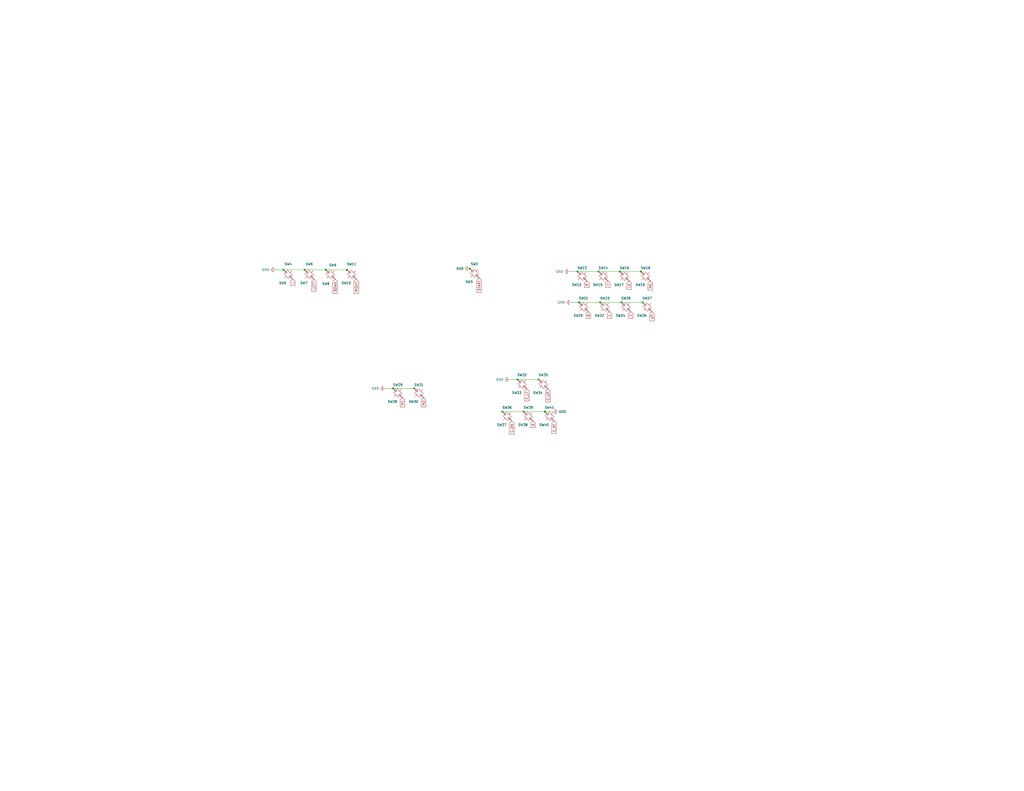
<source format=kicad_sch>
(kicad_sch (version 20230121) (generator eeschema)
  (paper "C")
  (lib_symbols
    (symbol "marbastlib-mx:MX_SW_HS" (pin_numbers hide) (pin_names (offset 1.016) hide)
      (property "Reference" "SW" (at 3.048 1.016 0))
      (property "Value" "MX_SW_HS" (at 0 -3.81 0))
      (symbol "MX_SW_HS_0_1"
        (circle (center -1.1684 1.1684) (radius 0.508))
        (polyline (pts (xy -0.508 2.54) (xy 2.54 -0.508)))
        (polyline (pts (xy 1.016 1.016) (xy 2.032 2.032)))
        (polyline (pts (xy -2.54 2.54) (xy -1.524 1.524) (xy -1.524 1.524)))
        (polyline (pts (xy 1.524 -1.524) (xy 2.54 -2.54) (xy 2.54 -2.54) (xy 2.54 -2.54)))
        (circle (center 1.143 -1.1938) (radius 0.508))
        (pin passive line (at -2.54 2.54 0) (length 0) (name "1") (number "1"))
        (pin passive line (at 2.54 -2.54 180) (length 0) (name "2") (number "2"))
      )
    )
    (symbol "marbastlib-mx:MX_SW_solder" (pin_numbers hide) (pin_names (offset 1.016) hide)
      (property "Reference" "SW" (at 3.048 1.016 0))
      (property "Value" "MX_SW_solder" (at 0 -3.81 0))
      (symbol "MX_SW_solder_0_1"
        (circle (center -1.1684 1.1684) (radius 0.508))
        (polyline (pts (xy -0.508 2.54) (xy 2.54 -0.508)))
        (polyline (pts (xy 1.016 1.016) (xy 2.032 2.032)))
        (polyline (pts (xy -2.54 2.54) (xy -1.524 1.524) (xy -1.524 1.524)))
        (polyline (pts (xy 1.524 -1.524) (xy 2.54 -2.54) (xy 2.54 -2.54) (xy 2.54 -2.54)))
        (circle (center 1.143 -1.1938) (radius 0.508))
        (pin passive line (at -2.54 2.54 0) (length 0) (name "1") (number "1"))
        (pin passive line (at 2.54 -2.54 180) (length 0) (name "2") (number "2"))
      )
    )
    (symbol "power:GND" (power) (pin_names (offset 0))
      (property "Value" "GND" (at 0 -3.81 0))
      (symbol "GND_0_1"
        (polyline (pts (xy 0 0) (xy 0 -1.27) (xy 1.27 -1.27) (xy 0 -2.54) (xy -1.27 -1.27) (xy 0 -1.27)))
      )
      (symbol "GND_1_1"
        (pin power_in line (at 0 0 270) (length 0) hide (name "GND") (number "1"))
      )
    )
  )
  (junction (at 315.1378 148.2852))
  (junction (at 297.307 224.79))
  (junction (at 350.647 165.1))
  (junction (at 315.976 165.1))
  (junction (at 226.06 212.09))
  (junction (at 339.09 165.1))
  (junction (at 326.6694 148.2852))
  (junction (at 327.533 165.1))
  (junction (at 256.3876 146.6596))
  (junction (at 177.8 147.32))
  (junction (at 285.75 224.79))
  (junction (at 189.357 147.32))
  (junction (at 274.193 224.79))
  (junction (at 214.5284 212.09))
  (junction (at 293.9288 207.2386))
  (junction (at 282.3972 207.2386))
  (junction (at 166.243 147.32))
  (junction (at 154.686 147.32))
  (junction (at 338.2518 148.2852))
  (junction (at 349.7834 148.2852))
  (wire (pts (xy 154.686 147.32) (xy 166.243 147.32)))
  (wire (pts (xy 282.3972 207.2386) (xy 293.9288 207.2386)))
  (wire (pts (xy 339.09 165.1) (xy 350.647 165.1)))
  (wire (pts (xy 278.0792 207.2386) (xy 282.3972 207.2386)))
  (wire (pts (xy 301.625 224.79) (xy 297.307 224.79)))
  (wire (pts (xy 177.8 147.32) (xy 189.357 147.32)))
  (wire (pts (xy 210.2104 212.09) (xy 214.5284 212.09)))
  (wire (pts (xy 315.1378 148.2852) (xy 326.6694 148.2852)))
  (wire (pts (xy 214.5284 212.09) (xy 226.06 212.09)))
  (wire (pts (xy 326.6694 148.2852) (xy 338.2518 148.2852)))
  (wire (pts (xy 315.976 165.1) (xy 327.533 165.1)))
  (wire (pts (xy 311.6834 165.1) (xy 315.976 165.1)))
  (wire (pts (xy 285.75 224.79) (xy 297.307 224.79)))
  (wire (pts (xy 310.8198 148.2852) (xy 315.1378 148.2852)))
  (wire (pts (xy 338.2518 148.2852) (xy 349.7834 148.2852)))
  (wire (pts (xy 327.533 165.1) (xy 339.09 165.1)))
  (wire (pts (xy 150.368 147.32) (xy 154.686 147.32)))
  (wire (pts (xy 274.193 224.79) (xy 285.75 224.79)))
  (wire (pts (xy 166.243 147.32) (xy 177.8 147.32)))
  (global_label "C_LT" (shape input) (at 287.4772 212.3186 270) (property "Intersheetrefs" "${INTERSHEET_REFS}" (effects hide)))
  (global_label "Y" (shape input) (at 331.7494 153.3652 270) (property "Intersheetrefs" "${INTERSHEET_REFS}" (effects hide)))
  (global_label "C_UP" (shape input) (at 299.0088 212.3186 270) (property "Intersheetrefs" "${INTERSHEET_REFS}" (effects hide)))
  (global_label "M1" (shape input) (at 219.6084 217.17 270) (property "Intersheetrefs" "${INTERSHEET_REFS}" (effects hide)))
  (global_label "UP" (shape input) (at 355.727 170.18 270) (property "Intersheetrefs" "${INTERSHEET_REFS}" (effects hide)))
  (global_label "X" (shape input) (at 332.613 170.18 270) (property "Intersheetrefs" "${INTERSHEET_REFS}" (effects hide)))
  (global_label "M2" (shape input) (at 231.14 217.17 270) (property "Intersheetrefs" "${INTERSHEET_REFS}" (effects hide)))
  (global_label "L" (shape input) (at 159.766 152.4 270) (property "Intersheetrefs" "${INTERSHEET_REFS}" (effects hide)))
  (global_label "LS" (shape input) (at 343.3318 153.3652 270) (property "Intersheetrefs" "${INTERSHEET_REFS}" (effects hide)))
  (global_label "LEFT" (shape input) (at 171.323 152.4 270) (property "Intersheetrefs" "${INTERSHEET_REFS}" (effects hide)))
  (global_label "DOWN" (shape input) (at 182.88 152.4 270) (property "Intersheetrefs" "${INTERSHEET_REFS}" (effects hide)))
  (global_label "MS" (shape input) (at 354.8634 153.3652 270) (property "Intersheetrefs" "${INTERSHEET_REFS}" (effects hide)))
  (global_label "C_DN" (shape input) (at 279.273 229.87 270) (property "Intersheetrefs" "${INTERSHEET_REFS}" (effects hide)))
  (global_label "C_RT" (shape input) (at 302.387 229.87 270) (property "Intersheetrefs" "${INTERSHEET_REFS}" (effects hide)))
  (global_label "Z" (shape input) (at 344.17 170.18 270) (property "Intersheetrefs" "${INTERSHEET_REFS}" (effects hide)))
  (global_label "START" (shape input) (at 261.4676 151.7396 270) (property "Intersheetrefs" "${INTERSHEET_REFS}" (effects hide)))
  (global_label "B" (shape input) (at 321.056 170.18 270) (property "Intersheetrefs" "${INTERSHEET_REFS}" (effects hide)))
  (global_label "RIGHT" (shape input) (at 194.437 152.4 270) (property "Intersheetrefs" "${INTERSHEET_REFS}" (effects hide)))
  (global_label "A" (shape input) (at 290.83 229.87 270) (property "Intersheetrefs" "${INTERSHEET_REFS}" (effects hide)))
  (global_label "R" (shape input) (at 320.2178 153.3652 270) (property "Intersheetrefs" "${INTERSHEET_REFS}" (effects hide)))
  (symbol (lib_id "marbastlib-mx:MX_SW_HS") (at 352.3234 150.8252 0) (unit 1)
    (property "Reference" "SW18" (at 352.3234 146.304 0))
    (property "Value" "MX_SW_HS" (effects hide))
    (property "Footprint" "marbastlib-mx:SW_MX_HS_1u" (effects hide))
  )
  (symbol (lib_id "marbastlib-mx:MX_SW_solder") (at 228.6 214.63 180) (unit 1)
    (property "Reference" "SW30" (at 225.6536 219.3036 0))
    (property "Value" "MX_SW_solder" (effects hide))
    (property "Footprint" "marbastlib-mx:SW_MX_1u" (effects hide))
  )
  (symbol (lib_id "marbastlib-mx:MX_SW_solder") (at 299.847 227.33 180) (unit 1)
    (property "Reference" "SW40" (at 296.9006 232.0036 0))
    (property "Value" "MX_SW_solder" (effects hide))
    (property "Footprint" "marbastlib-mx:SW_MX_1u" (effects hide))
  )
  (symbol (lib_id "marbastlib-mx:MX_SW_solder") (at 329.2094 150.8252 180) (unit 1)
    (property "Reference" "SW15" (at 326.263 155.4988 0))
    (property "Value" "MX_SW_solder" (effects hide))
    (property "Footprint" "marbastlib-mx:SW_MX_1u" (effects hide))
    (instances (project "ICOF1" (path "" (reference "SW15") (unit 1)) (path "" (reference "SW14") (unit 1))))
  )
  (symbol (lib_id "marbastlib-mx:MX_SW_solder") (at 353.187 167.64 180) (unit 1)
    (property "Reference" "SW26" (at 350.2406 172.3136 0))
    (property "Value" "MX_SW_solder" (effects hide))
    (property "Footprint" "marbastlib-mx:SW_MX_1u" (effects hide))
  )
  (symbol (lib_id "marbastlib-mx:MX_SW_HS") (at 180.34 149.86 180) (unit 1)
    (property "Reference" "SW8" (at 177.8 154.94 0))
    (property "Value" "MX_SW_HS" (effects hide))
    (property "Footprint" "marbastlib-mx:SW_MX_HS_1u" (effects hide))
  )
  (symbol (lib_id "marbastlib-mx:MX_SW_solder") (at 352.3234 150.8252 180) (unit 1)
    (property "Reference" "SW19" (at 349.377 155.4988 0))
    (property "Value" "MX_SW_solder" (effects hide))
    (property "Footprint" "marbastlib-mx:SW_MX_1u" (effects hide))
  )
  (symbol (lib_id "marbastlib-mx:MX_SW_solder") (at 276.733 227.33 180) (unit 1)
    (property "Reference" "SW37" (at 273.7866 232.0036 0))
    (property "Value" "MX_SW_solder" (effects hide))
    (property "Footprint" "marbastlib-mx:SW_MX_1u" (effects hide))
    (instances (project "ICOF1" (path "" (reference "SW37") (unit 1)) (path "" (reference "SW36") (unit 1))))
  )
  (symbol (lib_id "marbastlib-mx:MX_SW_HS") (at 296.4688 209.7786 0) (unit 1)
    (property "Reference" "SW35" (at 296.4688 204.7494 0))
    (property "Value" "MX_SW_HS" (effects hide))
    (property "Footprint" "marbastlib-mx:SW_MX_HS_1u" (effects hide))
    (instances (project "ICOF1" (path "" (reference "SW35") (unit 1)) (path "" (reference "SW34") (unit 1))))
  )
  (symbol (lib_id "marbastlib-mx:MX_SW_HS") (at 318.516 167.64 0) (unit 1)
    (property "Reference" "SW21" (at 318.516 162.814 0))
    (property "Value" "MX_SW_HS" (effects hide))
    (property "Footprint" "marbastlib-mx:SW_MX_HS_1u" (effects hide))
    (instances (project "ICOF1" (path "" (reference "SW21") (unit 1)) (path "" (reference "SW20") (unit 1))))
  )
  (symbol (lib_id "marbastlib-mx:MX_SW_HS") (at 299.847 227.33 0) (unit 1)
    (property "Reference" "SW41" (at 299.847 222.5294 0))
    (property "Value" "MX_SW_HS" (effects hide))
    (property "Footprint" "marbastlib-mx:SW_MX_HS_1u" (effects hide))
  )
  (symbol (lib_id "marbastlib-mx:MX_SW_solder") (at 318.516 167.64 180) (unit 1)
    (property "Reference" "SW20" (at 315.5696 172.3136 0))
    (property "Value" "MX_SW_solder" (effects hide))
    (property "Footprint" "marbastlib-mx:SW_MX_1u" (effects hide))
    (instances (project "ICOF1" (path "" (reference "SW20") (unit 1)) (path "" (reference "SW21") (unit 1))))
  )
  (symbol (lib_id "marbastlib-mx:MX_SW_solder") (at 191.897 149.86 180) (unit 1)
    (property "Reference" "SW10" (at 188.9506 154.5336 0))
    (property "Value" "MX_SW_solder" (effects hide))
    (property "Footprint" "marbastlib-mx:SW_MX_1u" (effects hide))
  )
  (symbol (lib_id "marbastlib-mx:MX_SW_solder") (at 157.226 149.86 180) (unit 1)
    (property "Reference" "SW5" (at 154.2796 154.5336 0))
    (property "Value" "MX_SW_solder" (effects hide))
    (property "Footprint" "marbastlib-mx:SW_MX_1u" (effects hide))
    (instances (project "ICOF1" (path "" (reference "SW5") (unit 1)) (path "" (reference "SW4") (unit 1))))
  )
  (symbol (lib_id "power:GND") (at 310.8198 148.2852 270) (unit 1)
    (property "Reference" "#PWR034" (effects hide))
    (property "Value" "GND" (at 307.467 148.2851 90) (effects (justify right)))
    (instances (project "ICOF1" (path "" (reference "#PWR034") (unit 1)) (path "" (reference "#PWR012") (unit 1))))
  )
  (symbol (lib_id "power:GND") (at 311.6834 165.1 270) (unit 1)
    (property "Reference" "#PWR035" (effects hide))
    (property "Value" "GND" (at 308.3306 165.0999 90) (effects (justify right)))
    (instances (project "ICOF1" (path "" (reference "#PWR035") (unit 1)) (path "" (reference "#PWR025") (unit 1))))
  )
  (symbol (lib_id "marbastlib-mx:MX_SW_HS") (at 228.6 214.63 0) (unit 1)
    (property "Reference" "SW31" (at 228.6 210.1596 0))
    (property "Value" "MX_SW_HS" (effects hide))
    (property "Footprint" "marbastlib-mx:SW_MX_HS_1u" (effects hide))
  )
  (symbol (lib_id "marbastlib-mx:MX_SW_solder") (at 330.073 167.64 180) (unit 1)
    (property "Reference" "SW22" (at 327.1266 172.3136 0))
    (property "Value" "MX_SW_solder" (effects hide))
    (property "Footprint" "marbastlib-mx:SW_MX_1u" (effects hide))
  )
  (symbol (lib_id "marbastlib-mx:MX_SW_HS") (at 258.9276 149.1996 0) (unit 1)
    (property "Reference" "SW2" (at 258.9276 144.1704 0))
    (property "Value" "MX_SW_HS" (effects hide))
    (property "Footprint" "marbastlib-mx:SW_MX_HS_1u" (effects hide))
  )
  (symbol (lib_id "marbastlib-mx:MX_SW_solder") (at 284.9372 209.7786 180) (unit 1)
    (property "Reference" "SW33" (at 281.9908 214.4522 0))
    (property "Value" "MX_SW_solder" (effects hide))
    (property "Footprint" "marbastlib-mx:SW_MX_1u" (effects hide))
    (instances (project "ICOF1" (path "" (reference "SW33") (unit 1)) (path "" (reference "SW32") (unit 1))))
  )
  (symbol (lib_id "marbastlib-mx:MX_SW_solder") (at 217.0684 214.63 180) (unit 1)
    (property "Reference" "SW28" (at 214.122 219.3036 0))
    (property "Value" "MX_SW_solder" (effects hide))
    (property "Footprint" "marbastlib-mx:SW_MX_1u" (effects hide))
  )
  (symbol (lib_id "marbastlib-mx:MX_SW_HS") (at 157.226 149.86 0) (unit 1)
    (property "Reference" "SW4" (at 157.226 144.2212 0))
    (property "Value" "MX_SW_HS" (effects hide))
    (property "Footprint" "marbastlib-mx:SW_MX_HS_1u" (effects hide))
    (instances (project "ICOF1" (path "" (reference "SW4") (unit 1)) (path "" (reference "SW5") (unit 1))))
  )
  (symbol (lib_id "marbastlib-mx:MX_SW_HS") (at 191.897 149.86 0) (unit 1)
    (property "Reference" "SW11" (at 191.897 144.2212 0))
    (property "Value" "MX_SW_HS" (effects hide))
    (property "Footprint" "marbastlib-mx:SW_MX_HS_1u" (effects hide))
  )
  (symbol (lib_id "marbastlib-mx:MX_SW_HS") (at 276.733 227.33 0) (unit 1)
    (property "Reference" "SW36" (at 276.733 222.5294 0))
    (property "Value" "MX_SW_HS" (effects hide))
    (property "Footprint" "marbastlib-mx:SW_MX_HS_1u" (effects hide))
    (instances (project "ICOF1" (path "" (reference "SW36") (unit 1)) (path "" (reference "SW37") (unit 1))))
  )
  (symbol (lib_id "marbastlib-mx:MX_SW_solder") (at 180.34 149.86 0) (unit 1)
    (property "Reference" "SW9" (at 181.61 144.78 0))
    (property "Value" "MX_SW_solder" (effects hide))
    (property "Footprint" "marbastlib-mx:SW_MX_1u" (effects hide))
  )
  (symbol (lib_id "marbastlib-mx:MX_SW_solder") (at 288.29 227.33 180) (unit 1)
    (property "Reference" "SW38" (at 285.3436 232.0036 0))
    (property "Value" "MX_SW_solder" (effects hide))
    (property "Footprint" "marbastlib-mx:SW_MX_1u" (effects hide))
  )
  (symbol (lib_id "marbastlib-mx:MX_SW_HS") (at 329.2094 150.8252 0) (unit 1)
    (property "Reference" "SW14" (at 329.2094 146.304 0))
    (property "Value" "MX_SW_HS" (effects hide))
    (property "Footprint" "marbastlib-mx:SW_MX_HS_1u" (effects hide))
    (instances (project "ICOF1" (path "" (reference "SW14") (unit 1)) (path "" (reference "SW15") (unit 1))))
  )
  (symbol (lib_id "marbastlib-mx:MX_SW_HS") (at 288.29 227.33 0) (unit 1)
    (property "Reference" "SW39" (at 288.29 222.5294 0))
    (property "Value" "MX_SW_HS" (effects hide))
    (property "Footprint" "marbastlib-mx:SW_MX_HS_1u" (effects hide))
  )
  (symbol (lib_id "marbastlib-mx:MX_SW_solder") (at 317.6778 150.8252 180) (unit 1)
    (property "Reference" "SW12" (at 314.7314 155.4988 0))
    (property "Value" "MX_SW_solder" (effects hide))
    (property "Footprint" "marbastlib-mx:SW_MX_1u" (effects hide))
  )
  (symbol (lib_id "marbastlib-mx:MX_SW_solder") (at 168.783 149.86 180) (unit 1)
    (property "Reference" "SW7" (at 165.8366 154.5336 0))
    (property "Value" "MX_SW_solder" (effects hide))
    (property "Footprint" "marbastlib-mx:SW_MX_1u" (effects hide))
    (instances (project "ICOF1" (path "" (reference "SW7") (unit 1)) (path "" (reference "SW6") (unit 1))))
  )
  (symbol (lib_id "marbastlib-mx:MX_SW_HS") (at 330.073 167.64 0) (unit 1)
    (property "Reference" "SW23" (at 330.073 162.814 0))
    (property "Value" "MX_SW_HS" (effects hide))
    (property "Footprint" "marbastlib-mx:SW_MX_HS_1u" (effects hide))
  )
  (symbol (lib_id "power:GND") (at 278.0792 207.2386 270) (unit 1)
    (property "Reference" "#PWR037" (effects hide))
    (property "Value" "GND" (at 274.7264 207.2385 90) (effects (justify right)))
    (instances (project "ICOF1" (path "" (reference "#PWR037") (unit 1)) (path "" (reference "#PWR032") (unit 1))))
  )
  (symbol (lib_id "marbastlib-mx:MX_SW_HS") (at 341.63 167.64 0) (unit 1)
    (property "Reference" "SW25" (at 341.63 162.814 0))
    (property "Value" "MX_SW_HS" (effects hide))
    (property "Footprint" "marbastlib-mx:SW_MX_HS_1u" (effects hide))
    (instances (project "ICOF1" (path "" (reference "SW25") (unit 1)) (path "" (reference "SW24") (unit 1))))
  )
  (symbol (lib_id "marbastlib-mx:MX_SW_HS") (at 168.783 149.86 0) (unit 1)
    (property "Reference" "SW6" (at 168.783 144.2212 0))
    (property "Value" "MX_SW_HS" (effects hide))
    (property "Footprint" "marbastlib-mx:SW_MX_HS_1u" (effects hide))
    (instances (project "ICOF1" (path "" (reference "SW6") (unit 1)) (path "" (reference "SW7") (unit 1))))
  )
  (symbol (lib_id "power:GND") (at 210.2104 212.09 270) (unit 1)
    (property "Reference" "#PWR036" (effects hide))
    (property "Value" "GND" (at 206.8576 212.0899 90) (effects (justify right)))
    (instances (project "ICOF1" (path "" (reference "#PWR036") (unit 1)) (path "" (reference "#PWR029") (unit 1))))
  )
  (symbol (lib_id "marbastlib-mx:MX_SW_HS") (at 217.0684 214.63 0) (unit 1)
    (property "Reference" "SW29" (at 217.0684 210.1596 0))
    (property "Value" "MX_SW_HS" (effects hide))
    (property "Footprint" "marbastlib-mx:SW_MX_HS_1u" (effects hide))
  )
  (symbol (lib_id "marbastlib-mx:MX_SW_solder") (at 258.9276 149.1996 180) (unit 1)
    (property "Reference" "SW3" (at 255.9812 153.8732 0))
    (property "Value" "MX_SW_solder" (effects hide))
    (property "Footprint" "marbastlib-mx:SW_MX_1u" (effects hide))
  )
  (symbol (lib_id "marbastlib-mx:MX_SW_HS") (at 353.187 167.64 0) (unit 1)
    (property "Reference" "SW27" (at 353.187 162.814 0))
    (property "Value" "MX_SW_HS" (effects hide))
    (property "Footprint" "marbastlib-mx:SW_MX_HS_1u" (effects hide))
  )
  (symbol (lib_id "marbastlib-mx:MX_SW_HS") (at 340.7918 150.8252 0) (unit 1)
    (property "Reference" "SW16" (at 340.7918 146.304 0))
    (property "Value" "MX_SW_HS" (effects hide))
    (property "Footprint" "marbastlib-mx:SW_MX_HS_1u" (effects hide))
  )
  (symbol (lib_id "marbastlib-mx:MX_SW_solder") (at 341.63 167.64 180) (unit 1)
    (property "Reference" "SW24" (at 338.6836 172.3136 0))
    (property "Value" "MX_SW_solder" (effects hide))
    (property "Footprint" "marbastlib-mx:SW_MX_1u" (effects hide))
    (instances (project "ICOF1" (path "" (reference "SW24") (unit 1)) (path "" (reference "SW25") (unit 1))))
  )
  (symbol (lib_id "marbastlib-mx:MX_SW_solder") (at 340.7918 150.8252 180) (unit 1)
    (property "Reference" "SW17" (at 337.8454 155.4988 0))
    (property "Value" "MX_SW_solder" (effects hide))
    (property "Footprint" "marbastlib-mx:SW_MX_1u" (effects hide))
  )
  (symbol (lib_id "marbastlib-mx:MX_SW_HS") (at 317.6778 150.8252 0) (unit 1)
    (property "Reference" "SW13" (at 317.6778 146.304 0))
    (property "Value" "MX_SW_HS" (effects hide))
    (property "Footprint" "marbastlib-mx:SW_MX_HS_1u" (effects hide))
  )
  (symbol (lib_id "power:GND") (at 150.368 147.32 270) (unit 1)
    (property "Reference" "#PWR033" (effects hide))
    (property "Value" "GND" (at 147.0152 147.3199 90) (effects (justify right)))
    (instances (project "ICOF1" (path "" (reference "#PWR033") (unit 1)) (path "" (reference "#PWR011") (unit 1))))
  )
  (symbol (lib_id "power:GND") (at 256.3876 146.6596 270) (unit 1)
    (property "Reference" "#PWR032" (effects hide))
    (property "Value" "GND" (at 253.0348 146.6595 90) (effects (justify right)))
    (instances (project "ICOF1" (path "" (reference "#PWR032") (unit 1)) (path "" (reference "#PWR010") (unit 1))))
  )
  (symbol (lib_id "marbastlib-mx:MX_SW_solder") (at 296.4688 209.7786 180) (unit 1)
    (property "Reference" "SW34" (at 293.5224 214.4522 0))
    (property "Value" "MX_SW_solder" (effects hide))
    (property "Footprint" "marbastlib-mx:SW_MX_1u" (effects hide))
    (instances (project "ICOF1" (path "" (reference "SW34") (unit 1)) (path "" (reference "SW35") (unit 1))))
  )
  (symbol (lib_id "power:GND") (at 301.625 224.79 90) (unit 1)
    (property "Reference" "#PWR038" (effects hide))
    (property "Value" "GND" (at 304.9778 224.7901 90) (effects (justify right)))
    (instances (project "ICOF1" (path "" (reference "#PWR038") (unit 1)) (path "" (reference "#PWR033") (unit 1))))
  )
  (symbol (lib_id "marbastlib-mx:MX_SW_HS") (at 284.9372 209.7786 0) (unit 1)
    (property "Reference" "SW32" (at 284.9372 204.7494 0))
    (property "Value" "MX_SW_HS" (effects hide))
    (property "Footprint" "marbastlib-mx:SW_MX_HS_1u" (effects hide))
    (instances (project "ICOF1" (path "" (reference "SW32") (unit 1)) (path "" (reference "SW33") (unit 1))))
  )
)
</source>
